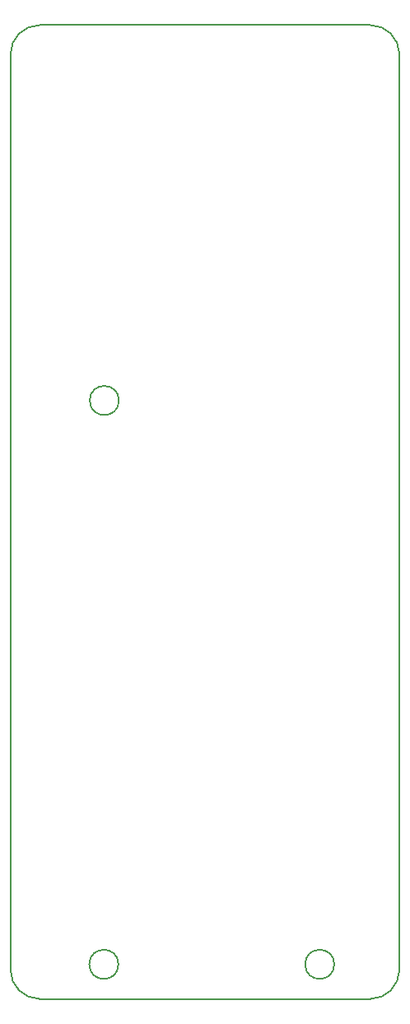
<source format=gko>
%TF.GenerationSoftware,KiCad,Pcbnew,4.0.4-stable*%
%TF.CreationDate,2016-12-12T23:19:24+02:00*%
%TF.ProjectId,back_prototype,6261636B5F70726F746F747970652E6B,rev?*%
%TF.FileFunction,Profile,NP*%
%FSLAX46Y46*%
G04 Gerber Fmt 4.6, Leading zero omitted, Abs format (unit mm)*
G04 Created by KiCad (PCBNEW 4.0.4-stable) date 12/12/16 23:19:24*
%MOMM*%
%LPD*%
G01*
G04 APERTURE LIST*
%ADD10C,0.100000*%
%ADD11C,0.150000*%
G04 APERTURE END LIST*
D10*
D11*
X52650000Y-78550000D02*
G75*
G03X52650000Y-78550000I-1500000J0D01*
G01*
X74800000Y-136450000D02*
G75*
G03X74800000Y-136450000I-1500000J0D01*
G01*
X52600000Y-136450000D02*
G75*
G03X52600000Y-136450000I-1500000J0D01*
G01*
X81500000Y-43000000D02*
G75*
G03X78500000Y-40000000I-3000000J0D01*
G01*
X44500000Y-40000000D02*
G75*
G03X41500000Y-43000000I0J-3000000D01*
G01*
X78500000Y-140000000D02*
G75*
G03X81500000Y-137000000I0J3000000D01*
G01*
X41500000Y-137000000D02*
G75*
G03X44500000Y-140000000I3000000J0D01*
G01*
X41500000Y-43000000D02*
X41500000Y-137000000D01*
X81500000Y-43000000D02*
X81500000Y-137000000D01*
X44500000Y-40000000D02*
X78500000Y-40000000D01*
X44500000Y-140000000D02*
X78500000Y-140000000D01*
M02*

</source>
